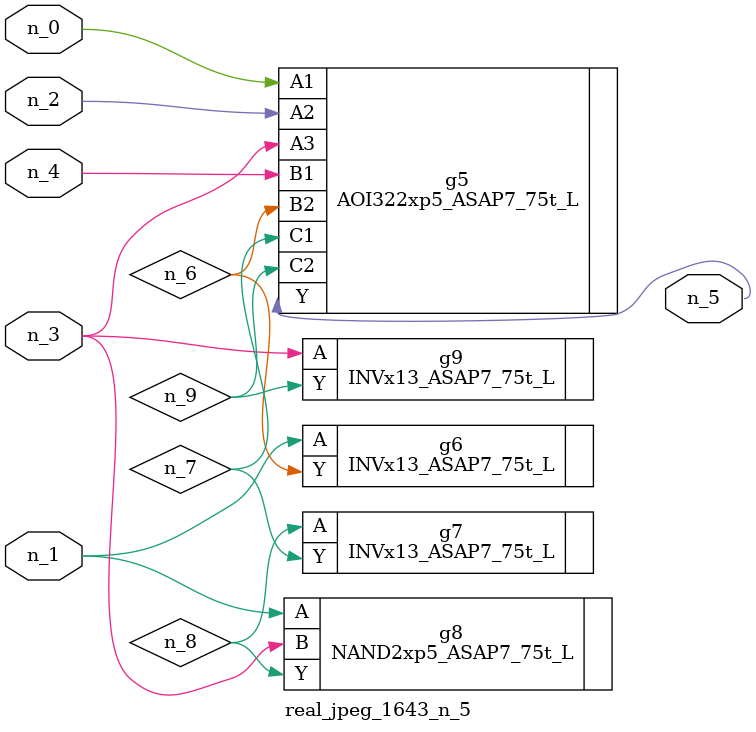
<source format=v>
module real_jpeg_1643_n_5 (n_4, n_0, n_1, n_2, n_3, n_5);

input n_4;
input n_0;
input n_1;
input n_2;
input n_3;

output n_5;

wire n_8;
wire n_6;
wire n_7;
wire n_9;

AOI322xp5_ASAP7_75t_L g5 ( 
.A1(n_0),
.A2(n_2),
.A3(n_3),
.B1(n_4),
.B2(n_6),
.C1(n_7),
.C2(n_9),
.Y(n_5)
);

INVx13_ASAP7_75t_L g6 ( 
.A(n_1),
.Y(n_6)
);

NAND2xp5_ASAP7_75t_L g8 ( 
.A(n_1),
.B(n_3),
.Y(n_8)
);

INVx13_ASAP7_75t_L g9 ( 
.A(n_3),
.Y(n_9)
);

INVx13_ASAP7_75t_L g7 ( 
.A(n_8),
.Y(n_7)
);


endmodule
</source>
